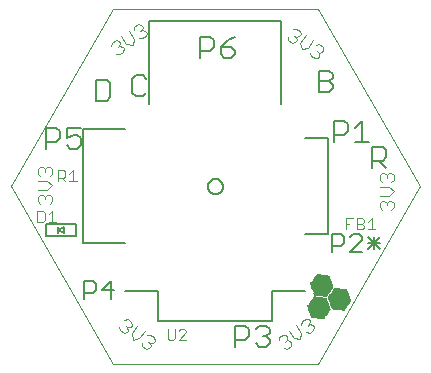
<source format=gbr>
G04 EAGLE Gerber RS-274X export*
G75*
%MOMM*%
%FSLAX34Y34*%
%LPD*%
%INSilkscreen Top*%
%IPPOS*%
%AMOC8*
5,1,8,0,0,1.08239X$1,22.5*%
G01*
%ADD10C,0.152400*%
%ADD11C,0.127000*%
%ADD12C,0.101600*%
%ADD13R,0.014731X0.014731*%
%ADD14R,0.147319X0.014731*%
%ADD15R,0.265175X0.014731*%
%ADD16R,0.383031X0.014731*%
%ADD17R,0.515619X0.014731*%
%ADD18R,0.633475X0.014731*%
%ADD19R,0.751331X0.014731*%
%ADD20R,0.883919X0.014731*%
%ADD21R,1.001775X0.014731*%
%ADD22R,1.119631X0.014731*%
%ADD23R,1.134363X0.014731*%
%ADD24R,1.149094X0.014731*%
%ADD25R,1.163825X0.014731*%
%ADD26R,1.178556X0.014731*%
%ADD27R,1.193288X0.014731*%
%ADD28R,1.222756X0.014731*%
%ADD29R,1.237488X0.014731*%
%ADD30R,1.266950X0.014731*%
%ADD31R,1.281681X0.014731*%
%ADD32R,1.311144X0.014731*%
%ADD33R,1.325881X0.014731*%
%ADD34R,1.355344X0.014731*%
%ADD35R,1.370075X0.014731*%
%ADD36R,1.384806X0.014731*%
%ADD37R,1.399538X0.014731*%
%ADD38R,1.414275X0.014731*%
%ADD39R,1.443738X0.014731*%
%ADD40R,1.458469X0.014731*%
%ADD41R,1.487931X0.014731*%
%ADD42R,1.502663X0.014731*%
%ADD43R,1.517394X0.014731*%
%ADD44R,1.532125X0.014731*%
%ADD45R,1.546856X0.014731*%
%ADD46R,1.576319X0.014731*%
%ADD47R,1.605788X0.014731*%
%ADD48R,1.620519X0.014731*%
%ADD49R,1.649981X0.014731*%
%ADD50R,1.664713X0.014731*%
%ADD51R,1.694175X0.014731*%
%ADD52R,1.708913X0.014731*%
%ADD53R,1.738375X0.014731*%
%ADD54R,1.753106X0.014731*%
%ADD55R,1.767838X0.014731*%
%ADD56R,1.782569X0.014731*%
%ADD57R,1.797306X0.014731*%
%ADD58R,0.117856X0.014731*%
%ADD59R,1.826769X0.014731*%
%ADD60R,0.235713X0.014731*%
%ADD61R,0.353569X0.014731*%
%ADD62R,1.856231X0.014731*%
%ADD63R,0.486156X0.014731*%
%ADD64R,1.870963X0.014731*%
%ADD65R,0.604013X0.014731*%
%ADD66R,0.721869X0.014731*%
%ADD67R,1.885694X0.014731*%
%ADD68R,0.839719X0.014731*%
%ADD69R,0.972306X0.014731*%
%ADD70R,1.090169X0.014731*%
%ADD71R,1.208025X0.014731*%
%ADD72R,1.252219X0.014731*%
%ADD73R,1.296412X0.014731*%
%ADD74R,1.340612X0.014731*%
%ADD75R,1.826763X0.014731*%
%ADD76R,1.414269X0.014731*%
%ADD77R,1.812031X0.014731*%
%ADD78R,1.429000X0.014731*%
%ADD79R,1.458462X0.014731*%
%ADD80R,1.473200X0.014731*%
%ADD81R,1.723644X0.014731*%
%ADD82R,1.694181X0.014731*%
%ADD83R,1.679450X0.014731*%
%ADD84R,1.561594X0.014731*%
%ADD85R,1.576325X0.014731*%
%ADD86R,1.591056X0.014731*%
%ADD87R,1.635250X0.014731*%
%ADD88R,1.561588X0.014731*%
%ADD89R,1.443731X0.014731*%
%ADD90R,1.797300X0.014731*%
%ADD91R,1.841500X0.014731*%
%ADD92R,1.311150X0.014731*%
%ADD93R,1.296419X0.014731*%
%ADD94R,1.193294X0.014731*%
%ADD95R,0.957575X0.014731*%
%ADD96R,0.589281X0.014731*%
%ADD97R,0.471425X0.014731*%
%ADD98R,0.220975X0.014731*%
%ADD99R,1.812038X0.014731*%
%ADD100R,0.103119X0.014731*%
%ADD101R,0.029463X0.014731*%
%ADD102R,0.162050X0.014731*%
%ADD103R,0.397763X0.014731*%
%ADD104R,0.648206X0.014731*%
%ADD105R,1.679444X0.014731*%
%ADD106R,1.016506X0.014731*%
%ADD107R,1.104900X0.014731*%
%ADD108R,1.222750X0.014731*%
%ADD109R,1.429006X0.014731*%
%ADD110R,1.208019X0.014731*%
%ADD111R,0.987044X0.014731*%
%ADD112R,0.854456X0.014731*%
%ADD113R,0.618744X0.014731*%
%ADD114R,0.500888X0.014731*%
%ADD115R,0.368300X0.014731*%
%ADD116R,0.132587X0.014731*%
%ADD117R,1.664719X0.014731*%
%ADD118R,1.075438X0.014731*%
%ADD119R,0.942844X0.014731*%
%ADD120R,0.707131X0.014731*%
%ADD121R,0.456694X0.014731*%
%ADD122R,0.088388X0.014731*%
%ADD123C,0.076200*%
%ADD124C,0.100000*%
%ADD125C,0.203200*%


D10*
X273530Y187846D02*
X273530Y205641D01*
X282428Y205641D01*
X285393Y202675D01*
X285393Y196744D01*
X282428Y193778D01*
X273530Y193778D01*
X291305Y199709D02*
X297237Y205641D01*
X297237Y187846D01*
X303168Y187846D02*
X291305Y187846D01*
D11*
X272133Y109500D02*
X272133Y94247D01*
X272133Y109500D02*
X279760Y109500D01*
X282302Y106958D01*
X282302Y101874D01*
X279760Y99331D01*
X272133Y99331D01*
X287335Y94247D02*
X297504Y94247D01*
X287335Y94247D02*
X297504Y104416D01*
X297504Y106958D01*
X294962Y109500D01*
X289877Y109500D01*
X287335Y106958D01*
X302537Y106958D02*
X312706Y96789D01*
X302537Y96789D02*
X312706Y106958D01*
X312706Y101874D02*
X302537Y101874D01*
X307622Y106958D02*
X307622Y96789D01*
D10*
X189710Y32159D02*
X189710Y14364D01*
X189710Y32159D02*
X198608Y32159D01*
X201573Y29193D01*
X201573Y23262D01*
X198608Y20296D01*
X189710Y20296D01*
X207485Y29193D02*
X210451Y32159D01*
X216382Y32159D01*
X219348Y29193D01*
X219348Y26227D01*
X216382Y23262D01*
X213417Y23262D01*
X216382Y23262D02*
X219348Y20296D01*
X219348Y17330D01*
X216382Y14364D01*
X210451Y14364D01*
X207485Y17330D01*
D11*
X62329Y54623D02*
X62329Y69876D01*
X69956Y69876D01*
X72498Y67334D01*
X72498Y62250D01*
X69956Y59707D01*
X62329Y59707D01*
X85158Y54623D02*
X85158Y69876D01*
X77531Y62250D01*
X87700Y62250D01*
D10*
X29690Y182004D02*
X29690Y199799D01*
X38588Y199799D01*
X41553Y196833D01*
X41553Y190902D01*
X38588Y187936D01*
X29690Y187936D01*
X47465Y199799D02*
X59328Y199799D01*
X47465Y199799D02*
X47465Y190902D01*
X53397Y193867D01*
X56362Y193867D01*
X59328Y190902D01*
X59328Y184970D01*
X56362Y182004D01*
X50431Y182004D01*
X47465Y184970D01*
D12*
X84931Y268672D02*
X85410Y271387D01*
X88603Y273622D01*
X91317Y273144D01*
X92435Y271547D01*
X91957Y268833D01*
X90360Y267715D01*
X91957Y268833D02*
X94671Y268354D01*
X95789Y266758D01*
X95310Y264043D01*
X92117Y261807D01*
X89403Y262286D01*
X97864Y270590D02*
X93392Y276976D01*
X97864Y270590D02*
X103293Y269633D01*
X104250Y275061D01*
X99779Y281448D01*
X104089Y282087D02*
X104568Y284801D01*
X107761Y287037D01*
X110476Y286558D01*
X111593Y284962D01*
X111115Y282247D01*
X109518Y281130D01*
X111115Y282247D02*
X113829Y281769D01*
X114947Y280172D01*
X114469Y277458D01*
X111275Y275222D01*
X108561Y275701D01*
X238933Y283075D02*
X241647Y283554D01*
X244840Y281318D01*
X245319Y278604D01*
X244201Y277007D01*
X241487Y276529D01*
X239890Y277646D01*
X241487Y276529D02*
X241965Y273814D01*
X240847Y272218D01*
X238133Y271739D01*
X234940Y273975D01*
X234461Y276689D01*
X245158Y271578D02*
X249630Y277964D01*
X245158Y271578D02*
X246116Y266150D01*
X251544Y267107D01*
X256016Y273493D01*
X258091Y269661D02*
X260806Y270139D01*
X263999Y267903D01*
X264477Y265189D01*
X263359Y263592D01*
X260645Y263114D01*
X259048Y264232D01*
X260645Y263114D02*
X261124Y260399D01*
X260006Y258803D01*
X257291Y258324D01*
X254098Y260560D01*
X253620Y263274D01*
X312382Y132137D02*
X314331Y130188D01*
X312382Y132137D02*
X312382Y136035D01*
X314331Y137984D01*
X316280Y137984D01*
X318229Y136035D01*
X318229Y134086D01*
X318229Y136035D02*
X320178Y137984D01*
X322127Y137984D01*
X324076Y136035D01*
X324076Y132137D01*
X322127Y130188D01*
X320178Y141882D02*
X312382Y141882D01*
X320178Y141882D02*
X324076Y145780D01*
X320178Y149678D01*
X312382Y149678D01*
X314331Y153576D02*
X312382Y155525D01*
X312382Y159423D01*
X314331Y161372D01*
X316280Y161372D01*
X318229Y159423D01*
X318229Y157474D01*
X318229Y159423D02*
X320178Y161372D01*
X322127Y161372D01*
X324076Y159423D01*
X324076Y155525D01*
X322127Y153576D01*
X227142Y22213D02*
X226663Y19498D01*
X227142Y22213D02*
X230335Y24448D01*
X233049Y23970D01*
X234167Y22373D01*
X233689Y19659D01*
X232092Y18541D01*
X233689Y19659D02*
X236403Y19180D01*
X237521Y17584D01*
X237042Y14869D01*
X233849Y12633D01*
X231135Y13112D01*
X239596Y21416D02*
X235124Y27802D01*
X239596Y21416D02*
X245025Y20459D01*
X245982Y25887D01*
X241511Y32274D01*
X245821Y32913D02*
X246300Y35627D01*
X249493Y37863D01*
X252208Y37384D01*
X253325Y35788D01*
X252847Y33073D01*
X251250Y31956D01*
X252847Y33073D02*
X255561Y32595D01*
X256679Y30998D01*
X256201Y28284D01*
X253007Y26048D01*
X250293Y26527D01*
X98899Y37682D02*
X96185Y37203D01*
X98899Y37682D02*
X102092Y35446D01*
X102571Y32732D01*
X101453Y31135D01*
X98739Y30657D01*
X97142Y31774D01*
X98739Y30657D02*
X99217Y27942D01*
X98099Y26346D01*
X95385Y25867D01*
X92192Y28103D01*
X91713Y30817D01*
X102410Y25706D02*
X106882Y32092D01*
X102410Y25706D02*
X103368Y20278D01*
X108796Y21235D01*
X113268Y27621D01*
X115343Y23789D02*
X118058Y24267D01*
X121251Y22031D01*
X121729Y19317D01*
X120611Y17720D01*
X117897Y17242D01*
X116300Y18360D01*
X117897Y17242D02*
X118376Y14527D01*
X117258Y12931D01*
X114543Y12452D01*
X111350Y14688D01*
X110872Y17402D01*
X25025Y135268D02*
X23076Y137217D01*
X23076Y141115D01*
X25025Y143064D01*
X26974Y143064D01*
X28923Y141115D01*
X28923Y139166D01*
X28923Y141115D02*
X30872Y143064D01*
X32821Y143064D01*
X34770Y141115D01*
X34770Y137217D01*
X32821Y135268D01*
X30872Y146962D02*
X23076Y146962D01*
X30872Y146962D02*
X34770Y150860D01*
X30872Y154758D01*
X23076Y154758D01*
X25025Y158656D02*
X23076Y160605D01*
X23076Y164503D01*
X25025Y166452D01*
X26974Y166452D01*
X28923Y164503D01*
X28923Y162554D01*
X28923Y164503D02*
X30872Y166452D01*
X32821Y166452D01*
X34770Y164503D01*
X34770Y160605D01*
X32821Y158656D01*
D13*
X264726Y37315D03*
D14*
X264211Y37463D03*
D15*
X263621Y37610D03*
D16*
X263180Y37757D03*
D17*
X262664Y37905D03*
D18*
X262222Y38052D03*
D19*
X261633Y38199D03*
D20*
X261117Y38347D03*
D21*
X260675Y38494D03*
D22*
X260233Y38641D03*
D23*
X260159Y38789D03*
D24*
X260233Y38936D03*
D25*
X260307Y39083D03*
D26*
X260233Y39231D03*
D27*
X260307Y39378D03*
D28*
X260307Y39525D03*
D29*
X260380Y39673D03*
X260380Y39820D03*
D30*
X260380Y39967D03*
D31*
X260454Y40115D03*
D32*
X260454Y40262D03*
X260454Y40409D03*
D33*
X260528Y40556D03*
D34*
X260528Y40704D03*
D35*
X260601Y40851D03*
D36*
X260528Y40998D03*
D37*
X260601Y41146D03*
D38*
X260675Y41293D03*
D39*
X260675Y41440D03*
X260675Y41588D03*
D40*
X260749Y41735D03*
D41*
X260749Y41882D03*
D42*
X260822Y42030D03*
D43*
X260749Y42177D03*
D44*
X260822Y42324D03*
D45*
X260896Y42472D03*
D46*
X260896Y42619D03*
X260896Y42766D03*
D47*
X260896Y42914D03*
D48*
X260970Y43061D03*
X260970Y43208D03*
D49*
X260970Y43356D03*
D50*
X261043Y43503D03*
D51*
X261043Y43650D03*
X261043Y43798D03*
D52*
X261117Y43945D03*
D53*
X261117Y44092D03*
D54*
X261191Y44239D03*
D55*
X261117Y44387D03*
D56*
X261191Y44534D03*
D57*
X261264Y44681D03*
D58*
X281742Y44681D03*
D59*
X261264Y44829D03*
D60*
X281153Y44829D03*
D59*
X261264Y44976D03*
D61*
X280711Y44976D03*
D62*
X261264Y45123D03*
D63*
X280195Y45123D03*
D64*
X261338Y45271D03*
D65*
X279753Y45271D03*
D64*
X261338Y45418D03*
D66*
X279164Y45418D03*
D67*
X261264Y45565D03*
D68*
X278722Y45565D03*
D67*
X261264Y45713D03*
D69*
X278206Y45713D03*
D64*
X261191Y45860D03*
D70*
X277764Y45860D03*
D67*
X261117Y46007D03*
D22*
X277617Y46007D03*
D67*
X261117Y46155D03*
D24*
X277617Y46155D03*
D67*
X260970Y46302D03*
D25*
X277691Y46302D03*
D67*
X260970Y46449D03*
D26*
X277764Y46449D03*
D64*
X260896Y46597D03*
D27*
X277691Y46597D03*
D67*
X260822Y46744D03*
D71*
X277764Y46744D03*
D67*
X260822Y46891D03*
D29*
X277764Y46891D03*
D67*
X260675Y47039D03*
D72*
X277838Y47039D03*
D67*
X260675Y47186D03*
D72*
X277838Y47186D03*
D64*
X260601Y47333D03*
D31*
X277838Y47333D03*
D67*
X260528Y47481D03*
D73*
X277912Y47481D03*
D67*
X260528Y47628D03*
D33*
X277912Y47628D03*
D67*
X260380Y47775D03*
D33*
X277912Y47775D03*
D67*
X260380Y47922D03*
D74*
X277985Y47922D03*
D64*
X260307Y48070D03*
D35*
X277985Y48070D03*
D62*
X260380Y48217D03*
D36*
X278059Y48217D03*
D62*
X260380Y48364D03*
D37*
X277985Y48364D03*
D75*
X260380Y48512D03*
D76*
X278059Y48512D03*
D77*
X260454Y48659D03*
D78*
X278132Y48659D03*
D56*
X260454Y48806D03*
D79*
X278132Y48806D03*
D56*
X260454Y48954D03*
D79*
X278132Y48954D03*
D55*
X260528Y49101D03*
D80*
X278206Y49101D03*
D53*
X260528Y49248D03*
D42*
X278206Y49248D03*
D81*
X260601Y49396D03*
D42*
X278206Y49396D03*
D52*
X260528Y49543D03*
D44*
X278206Y49543D03*
D82*
X260601Y49690D03*
D45*
X278280Y49690D03*
D83*
X260675Y49838D03*
D84*
X278353Y49838D03*
D49*
X260675Y49985D03*
D85*
X278280Y49985D03*
D49*
X260675Y50132D03*
D86*
X278353Y50132D03*
D87*
X260749Y50280D03*
D48*
X278353Y50280D03*
D47*
X260749Y50427D03*
D87*
X278427Y50427D03*
D47*
X260749Y50574D03*
D87*
X278427Y50574D03*
D85*
X260749Y50722D03*
D50*
X278427Y50722D03*
D88*
X260822Y50869D03*
D83*
X278501Y50869D03*
D45*
X260896Y51016D03*
D52*
X278501Y51016D03*
D44*
X260822Y51164D03*
D52*
X278501Y51164D03*
D43*
X260896Y51311D03*
D81*
X278574Y51311D03*
D41*
X260896Y51458D03*
D54*
X278574Y51458D03*
D80*
X260970Y51605D03*
D55*
X278648Y51605D03*
D80*
X260970Y51753D03*
D56*
X278574Y51753D03*
D89*
X260970Y51900D03*
D90*
X278648Y51900D03*
D78*
X261043Y52047D03*
D77*
X278722Y52047D03*
D37*
X261043Y52195D03*
D91*
X278722Y52195D03*
D37*
X261043Y52342D03*
D91*
X278722Y52342D03*
D36*
X261117Y52489D03*
D64*
X278722Y52489D03*
D34*
X261117Y52637D03*
D67*
X278795Y52637D03*
D74*
X261191Y52784D03*
D64*
X278722Y52784D03*
D33*
X261117Y52931D03*
D67*
X278648Y52931D03*
D92*
X261191Y53079D03*
D67*
X278648Y53079D03*
D93*
X261264Y53226D03*
D64*
X278574Y53226D03*
D30*
X261264Y53373D03*
D67*
X278501Y53373D03*
D30*
X261264Y53521D03*
D67*
X278501Y53521D03*
D72*
X261338Y53668D03*
D67*
X278353Y53668D03*
D28*
X261338Y53815D03*
D67*
X278353Y53815D03*
D71*
X261412Y53963D03*
D64*
X278280Y53963D03*
D94*
X261338Y54110D03*
D67*
X278206Y54110D03*
D26*
X261412Y54257D03*
D67*
X278206Y54257D03*
D25*
X261485Y54405D03*
D67*
X278059Y54405D03*
D24*
X261412Y54552D03*
D67*
X278059Y54552D03*
D23*
X261485Y54699D03*
D64*
X277985Y54699D03*
D70*
X261412Y54847D03*
D67*
X277912Y54847D03*
D95*
X260896Y54994D03*
D67*
X277912Y54994D03*
D68*
X260307Y55141D03*
D67*
X277764Y55141D03*
D66*
X259865Y55288D03*
D67*
X277764Y55288D03*
D96*
X259349Y55436D03*
D62*
X277764Y55436D03*
D97*
X258907Y55583D03*
D91*
X277838Y55583D03*
D61*
X258318Y55730D03*
D91*
X277838Y55730D03*
D98*
X257802Y55878D03*
D99*
X277838Y55878D03*
D100*
X257360Y56025D03*
D57*
X277912Y56025D03*
D101*
X267157Y56172D03*
D56*
X277838Y56172D03*
D102*
X266642Y56320D03*
D55*
X277912Y56320D03*
D15*
X266126Y56467D03*
D54*
X277985Y56467D03*
D103*
X265610Y56614D03*
D81*
X277985Y56614D03*
D17*
X265168Y56762D03*
D81*
X277985Y56762D03*
D104*
X264653Y56909D03*
D82*
X277985Y56909D03*
D19*
X264137Y57056D03*
D105*
X278059Y57056D03*
D20*
X263621Y57204D03*
D50*
X278132Y57204D03*
D106*
X263106Y57351D03*
D49*
X278059Y57351D03*
D107*
X262664Y57498D03*
D87*
X278132Y57498D03*
D23*
X262664Y57646D03*
D48*
X278206Y57646D03*
D24*
X262738Y57793D03*
D86*
X278206Y57793D03*
D25*
X262811Y57940D03*
D86*
X278206Y57940D03*
D26*
X262738Y58088D03*
D88*
X278206Y58088D03*
D27*
X262811Y58235D03*
D45*
X278280Y58235D03*
D108*
X262811Y58382D03*
D44*
X278353Y58382D03*
D29*
X262885Y58530D03*
D43*
X278280Y58530D03*
D29*
X262885Y58677D03*
D42*
X278353Y58677D03*
D30*
X262885Y58824D03*
D80*
X278353Y58824D03*
D31*
X262959Y58971D03*
D40*
X278427Y58971D03*
D32*
X262959Y59119D03*
D40*
X278427Y59119D03*
D32*
X262959Y59266D03*
D109*
X278427Y59266D03*
D33*
X263032Y59413D03*
D76*
X278501Y59413D03*
D34*
X263032Y59561D03*
D36*
X278501Y59561D03*
D35*
X263106Y59708D03*
D36*
X278501Y59708D03*
X263032Y59855D03*
D35*
X278574Y59855D03*
D37*
X263106Y60003D03*
D74*
X278574Y60003D03*
D76*
X263180Y60150D03*
D74*
X278574Y60150D03*
D39*
X263180Y60297D03*
D92*
X278574Y60297D03*
D39*
X263180Y60445D03*
D73*
X278648Y60445D03*
D80*
X263180Y60592D03*
D31*
X278722Y60592D03*
D41*
X263253Y60739D03*
D30*
X278648Y60739D03*
D42*
X263327Y60887D03*
D72*
X278722Y60887D03*
D43*
X263253Y61034D03*
D28*
X278722Y61034D03*
D44*
X263327Y61181D03*
D110*
X278795Y61181D03*
D88*
X263327Y61329D03*
D110*
X278795Y61329D03*
D46*
X263400Y61476D03*
D26*
X278795Y61476D03*
D46*
X263400Y61623D03*
D25*
X278869Y61623D03*
D47*
X263400Y61771D03*
D24*
X278943Y61771D03*
D48*
X263474Y61918D03*
D23*
X278869Y61918D03*
D48*
X263474Y62065D03*
D107*
X278869Y62065D03*
D49*
X263474Y62213D03*
D111*
X278427Y62213D03*
D50*
X263548Y62360D03*
D112*
X277912Y62360D03*
D51*
X263548Y62507D03*
D19*
X277396Y62507D03*
D51*
X263548Y62654D03*
D113*
X276880Y62654D03*
D52*
X263621Y62802D03*
D114*
X276438Y62802D03*
D53*
X263621Y62949D03*
D115*
X275923Y62949D03*
D54*
X263695Y63096D03*
D15*
X275407Y63096D03*
D55*
X263621Y63244D03*
D116*
X274891Y63244D03*
D56*
X263695Y63391D03*
D13*
X274449Y63391D03*
D57*
X263769Y63538D03*
D59*
X263769Y63686D03*
X263769Y63833D03*
D62*
X263769Y63980D03*
D64*
X263842Y64128D03*
X263842Y64275D03*
D67*
X263769Y64422D03*
X263769Y64570D03*
X263621Y64717D03*
X263621Y64864D03*
D64*
X263548Y65012D03*
D67*
X263474Y65159D03*
X263474Y65306D03*
X263327Y65454D03*
X263327Y65601D03*
D64*
X263253Y65748D03*
D67*
X263180Y65896D03*
X263180Y66043D03*
D64*
X263106Y66190D03*
D67*
X263032Y66337D03*
X263032Y66485D03*
X262885Y66632D03*
X262885Y66779D03*
D64*
X262811Y66927D03*
D62*
X262885Y67074D03*
X262885Y67221D03*
D75*
X262885Y67369D03*
D77*
X262959Y67516D03*
D56*
X262959Y67663D03*
X262959Y67811D03*
D55*
X263032Y67958D03*
D53*
X263032Y68105D03*
D81*
X263106Y68253D03*
D52*
X263032Y68400D03*
D82*
X263106Y68547D03*
D83*
X263180Y68695D03*
D117*
X263106Y68842D03*
D49*
X263180Y68989D03*
D48*
X263180Y69137D03*
D47*
X263253Y69284D03*
X263253Y69431D03*
D85*
X263253Y69579D03*
D88*
X263327Y69726D03*
D44*
X263327Y69873D03*
X263327Y70020D03*
D43*
X263400Y70168D03*
D41*
X263400Y70315D03*
D80*
X263474Y70462D03*
X263474Y70610D03*
D89*
X263474Y70757D03*
D78*
X263548Y70904D03*
D37*
X263548Y71052D03*
X263548Y71199D03*
D36*
X263621Y71346D03*
D34*
X263621Y71494D03*
D74*
X263695Y71641D03*
D33*
X263621Y71788D03*
D92*
X263695Y71936D03*
D93*
X263769Y72083D03*
D30*
X263769Y72230D03*
X263769Y72378D03*
D29*
X263769Y72525D03*
D28*
X263842Y72672D03*
D71*
X263916Y72820D03*
D94*
X263842Y72967D03*
D26*
X263916Y73114D03*
D24*
X263916Y73262D03*
X263916Y73409D03*
D23*
X263990Y73556D03*
D118*
X263842Y73703D03*
D119*
X263327Y73851D03*
D68*
X262811Y73998D03*
D120*
X262296Y74145D03*
D96*
X261854Y74293D03*
D121*
X261338Y74440D03*
D61*
X260822Y74587D03*
D98*
X260307Y74735D03*
D122*
X259791Y74882D03*
D10*
X159992Y258966D02*
X159992Y276761D01*
X168890Y276761D01*
X171855Y273795D01*
X171855Y267864D01*
X168890Y264898D01*
X159992Y264898D01*
X183699Y273795D02*
X189630Y276761D01*
X183699Y273795D02*
X177767Y267864D01*
X177767Y261932D01*
X180733Y258966D01*
X186664Y258966D01*
X189630Y261932D01*
X189630Y264898D01*
X186664Y267864D01*
X177767Y267864D01*
D11*
X39890Y115670D02*
X39890Y113170D01*
X39890Y110670D01*
X39890Y113170D02*
X44890Y115670D01*
X44890Y110670D02*
X39890Y113170D01*
X44890Y110670D02*
X44890Y115670D01*
X54890Y118170D02*
X54890Y108170D01*
X29890Y108170D01*
X29890Y118170D01*
X54890Y118170D01*
D123*
X22517Y119915D02*
X22517Y129321D01*
X22517Y119915D02*
X27220Y119915D01*
X28788Y121483D01*
X28788Y127753D01*
X27220Y129321D01*
X22517Y129321D01*
X31872Y126186D02*
X35008Y129321D01*
X35008Y119915D01*
X38143Y119915D02*
X31872Y119915D01*
X283518Y122957D02*
X283518Y113551D01*
X283518Y122957D02*
X289789Y122957D01*
X286653Y118254D02*
X283518Y118254D01*
X292873Y113551D02*
X292873Y122957D01*
X297576Y122957D01*
X299144Y121389D01*
X299144Y119822D01*
X297576Y118254D01*
X299144Y116686D01*
X299144Y115119D01*
X297576Y113551D01*
X292873Y113551D01*
X292873Y118254D02*
X297576Y118254D01*
X302228Y119822D02*
X305364Y122957D01*
X305364Y113551D01*
X308499Y113551D02*
X302228Y113551D01*
X39977Y154317D02*
X39977Y163723D01*
X44680Y163723D01*
X46248Y162155D01*
X46248Y159020D01*
X44680Y157452D01*
X39977Y157452D01*
X43112Y157452D02*
X46248Y154317D01*
X49332Y160588D02*
X52468Y163723D01*
X52468Y154317D01*
X55603Y154317D02*
X49332Y154317D01*
D10*
X72113Y222390D02*
X72113Y240185D01*
X72113Y222390D02*
X81011Y222390D01*
X83977Y225356D01*
X83977Y237219D01*
X81011Y240185D01*
X72113Y240185D01*
X111486Y244249D02*
X114451Y241283D01*
X111486Y244249D02*
X105554Y244249D01*
X102588Y241283D01*
X102588Y229420D01*
X105554Y226454D01*
X111486Y226454D01*
X114451Y229420D01*
X260576Y230010D02*
X260576Y247805D01*
X269474Y247805D01*
X272439Y244839D01*
X272439Y241873D01*
X269474Y238908D01*
X272439Y235942D01*
X272439Y232976D01*
X269474Y230010D01*
X260576Y230010D01*
X260576Y238908D02*
X269474Y238908D01*
X306042Y183543D02*
X306042Y165748D01*
X306042Y183543D02*
X314940Y183543D01*
X317905Y180577D01*
X317905Y174646D01*
X314940Y171680D01*
X306042Y171680D01*
X311974Y171680D02*
X317905Y165748D01*
D124*
X259800Y300000D02*
X86600Y300000D01*
X86600Y0D02*
X259800Y0D01*
X0Y150000D02*
X86600Y300000D01*
X259800Y300000D02*
X346400Y150000D01*
X259800Y0D01*
X86600Y0D02*
X0Y150000D01*
D125*
X166850Y150000D02*
X166852Y150159D01*
X166858Y150318D01*
X166868Y150476D01*
X166882Y150635D01*
X166900Y150793D01*
X166921Y150950D01*
X166947Y151107D01*
X166977Y151263D01*
X167010Y151419D01*
X167048Y151573D01*
X167089Y151727D01*
X167134Y151879D01*
X167183Y152030D01*
X167236Y152180D01*
X167292Y152329D01*
X167353Y152476D01*
X167416Y152621D01*
X167484Y152765D01*
X167555Y152908D01*
X167629Y153048D01*
X167707Y153186D01*
X167789Y153323D01*
X167874Y153457D01*
X167962Y153590D01*
X168053Y153720D01*
X168148Y153847D01*
X168246Y153972D01*
X168347Y154095D01*
X168451Y154215D01*
X168558Y154333D01*
X168668Y154448D01*
X168781Y154560D01*
X168896Y154669D01*
X169014Y154775D01*
X169135Y154879D01*
X169259Y154979D01*
X169384Y155076D01*
X169513Y155170D01*
X169643Y155260D01*
X169776Y155348D01*
X169911Y155432D01*
X170048Y155512D01*
X170187Y155590D01*
X170328Y155663D01*
X170470Y155733D01*
X170615Y155800D01*
X170761Y155863D01*
X170908Y155922D01*
X171057Y155978D01*
X171208Y156029D01*
X171359Y156077D01*
X171512Y156121D01*
X171666Y156162D01*
X171820Y156198D01*
X171976Y156231D01*
X172132Y156260D01*
X172289Y156284D01*
X172447Y156305D01*
X172605Y156322D01*
X172763Y156335D01*
X172922Y156344D01*
X173081Y156349D01*
X173240Y156350D01*
X173399Y156347D01*
X173557Y156340D01*
X173716Y156329D01*
X173874Y156314D01*
X174032Y156295D01*
X174189Y156272D01*
X174346Y156246D01*
X174502Y156215D01*
X174657Y156181D01*
X174811Y156142D01*
X174965Y156100D01*
X175117Y156054D01*
X175268Y156004D01*
X175417Y155950D01*
X175566Y155893D01*
X175712Y155832D01*
X175858Y155767D01*
X176001Y155699D01*
X176143Y155627D01*
X176283Y155551D01*
X176421Y155473D01*
X176557Y155390D01*
X176691Y155305D01*
X176822Y155216D01*
X176952Y155123D01*
X177079Y155028D01*
X177203Y154929D01*
X177326Y154827D01*
X177445Y154723D01*
X177562Y154615D01*
X177676Y154504D01*
X177787Y154391D01*
X177896Y154275D01*
X178001Y154156D01*
X178104Y154034D01*
X178203Y153910D01*
X178300Y153784D01*
X178393Y153655D01*
X178483Y153524D01*
X178569Y153390D01*
X178652Y153255D01*
X178732Y153117D01*
X178808Y152978D01*
X178881Y152837D01*
X178950Y152694D01*
X179016Y152549D01*
X179078Y152402D01*
X179136Y152255D01*
X179191Y152105D01*
X179242Y151955D01*
X179289Y151803D01*
X179332Y151650D01*
X179371Y151496D01*
X179407Y151341D01*
X179438Y151185D01*
X179466Y151029D01*
X179490Y150872D01*
X179510Y150714D01*
X179526Y150556D01*
X179538Y150397D01*
X179546Y150238D01*
X179550Y150079D01*
X179550Y149921D01*
X179546Y149762D01*
X179538Y149603D01*
X179526Y149444D01*
X179510Y149286D01*
X179490Y149128D01*
X179466Y148971D01*
X179438Y148815D01*
X179407Y148659D01*
X179371Y148504D01*
X179332Y148350D01*
X179289Y148197D01*
X179242Y148045D01*
X179191Y147895D01*
X179136Y147745D01*
X179078Y147598D01*
X179016Y147451D01*
X178950Y147306D01*
X178881Y147163D01*
X178808Y147022D01*
X178732Y146883D01*
X178652Y146745D01*
X178569Y146610D01*
X178483Y146476D01*
X178393Y146345D01*
X178300Y146216D01*
X178203Y146090D01*
X178104Y145966D01*
X178001Y145844D01*
X177896Y145725D01*
X177787Y145609D01*
X177676Y145496D01*
X177562Y145385D01*
X177445Y145277D01*
X177326Y145173D01*
X177203Y145071D01*
X177079Y144972D01*
X176952Y144877D01*
X176822Y144784D01*
X176691Y144695D01*
X176557Y144610D01*
X176421Y144527D01*
X176283Y144449D01*
X176143Y144373D01*
X176001Y144301D01*
X175858Y144233D01*
X175712Y144168D01*
X175566Y144107D01*
X175417Y144050D01*
X175268Y143996D01*
X175117Y143946D01*
X174965Y143900D01*
X174811Y143858D01*
X174657Y143819D01*
X174502Y143785D01*
X174346Y143754D01*
X174189Y143728D01*
X174032Y143705D01*
X173874Y143686D01*
X173716Y143671D01*
X173557Y143660D01*
X173399Y143653D01*
X173240Y143650D01*
X173081Y143651D01*
X172922Y143656D01*
X172763Y143665D01*
X172605Y143678D01*
X172447Y143695D01*
X172289Y143716D01*
X172132Y143740D01*
X171976Y143769D01*
X171820Y143802D01*
X171666Y143838D01*
X171512Y143879D01*
X171359Y143923D01*
X171208Y143971D01*
X171057Y144022D01*
X170908Y144078D01*
X170761Y144137D01*
X170615Y144200D01*
X170470Y144267D01*
X170328Y144337D01*
X170187Y144410D01*
X170048Y144488D01*
X169911Y144568D01*
X169776Y144652D01*
X169643Y144740D01*
X169513Y144830D01*
X169384Y144924D01*
X169259Y145021D01*
X169135Y145121D01*
X169014Y145225D01*
X168896Y145331D01*
X168781Y145440D01*
X168668Y145552D01*
X168558Y145667D01*
X168451Y145785D01*
X168347Y145905D01*
X168246Y146028D01*
X168148Y146153D01*
X168053Y146280D01*
X167962Y146410D01*
X167874Y146543D01*
X167789Y146677D01*
X167707Y146814D01*
X167629Y146952D01*
X167555Y147092D01*
X167484Y147235D01*
X167416Y147379D01*
X167353Y147524D01*
X167292Y147671D01*
X167236Y147820D01*
X167183Y147970D01*
X167134Y148121D01*
X167089Y148273D01*
X167048Y148427D01*
X167010Y148581D01*
X166977Y148737D01*
X166947Y148893D01*
X166921Y149050D01*
X166900Y149207D01*
X166882Y149365D01*
X166868Y149524D01*
X166858Y149682D01*
X166852Y149841D01*
X166850Y150000D01*
X117320Y289700D02*
X229080Y289700D01*
X221460Y35700D02*
X124940Y35700D01*
X221460Y35700D02*
X221460Y61100D01*
X124940Y61100D02*
X124940Y35700D01*
X221460Y61100D02*
X249400Y61100D01*
X124940Y61100D02*
X97000Y61100D01*
X268450Y109360D02*
X268450Y190640D01*
X249400Y190640D01*
X249400Y109360D02*
X268450Y109360D01*
X229080Y219850D02*
X229080Y289700D01*
X117320Y289700D02*
X117320Y219850D01*
X97000Y198260D02*
X61440Y198260D01*
X61440Y101740D02*
X97000Y101740D01*
X61440Y101740D02*
X61440Y198260D01*
D123*
X132687Y29485D02*
X132687Y21647D01*
X134255Y20079D01*
X137390Y20079D01*
X138958Y21647D01*
X138958Y29485D01*
X142042Y20079D02*
X148313Y20079D01*
X142042Y20079D02*
X148313Y26350D01*
X148313Y27917D01*
X146745Y29485D01*
X143610Y29485D01*
X142042Y27917D01*
M02*

</source>
